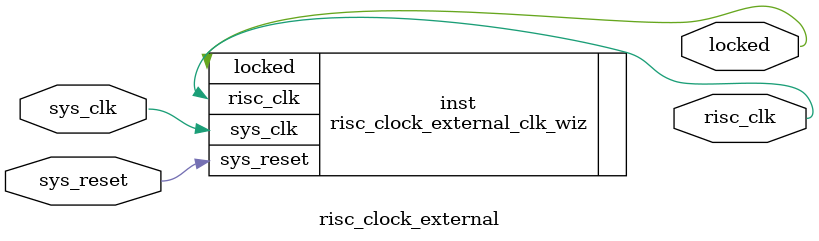
<source format=v>


`timescale 1ps/1ps

(* CORE_GENERATION_INFO = "risc_clock_external,clk_wiz_v5_3_0,{component_name=risc_clock_external,use_phase_alignment=false,use_min_o_jitter=false,use_max_i_jitter=false,use_dyn_phase_shift=false,use_inclk_switchover=false,use_dyn_reconfig=false,enable_axi=0,feedback_source=FDBK_ONCHIP,PRIMITIVE=PLL,num_out_clk=1,clkin1_period=8.0,clkin2_period=10.0,use_power_down=false,use_reset=true,use_locked=true,use_inclk_stopped=false,feedback_type=SINGLE,CLOCK_MGR_TYPE=NA,manual_override=false}" *)

module risc_clock_external 
 (
 // Clock in ports
  input         sys_clk,
  // Clock out ports
  output        risc_clk,
  // Status and control signals
  input         sys_reset,
  output        locked
 );

  risc_clock_external_clk_wiz inst
  (
 // Clock in ports
  .sys_clk(sys_clk),
  // Clock out ports  
  .risc_clk(risc_clk),
  // Status and control signals               
  .sys_reset(sys_reset), 
  .locked(locked)            
  );

endmodule

</source>
